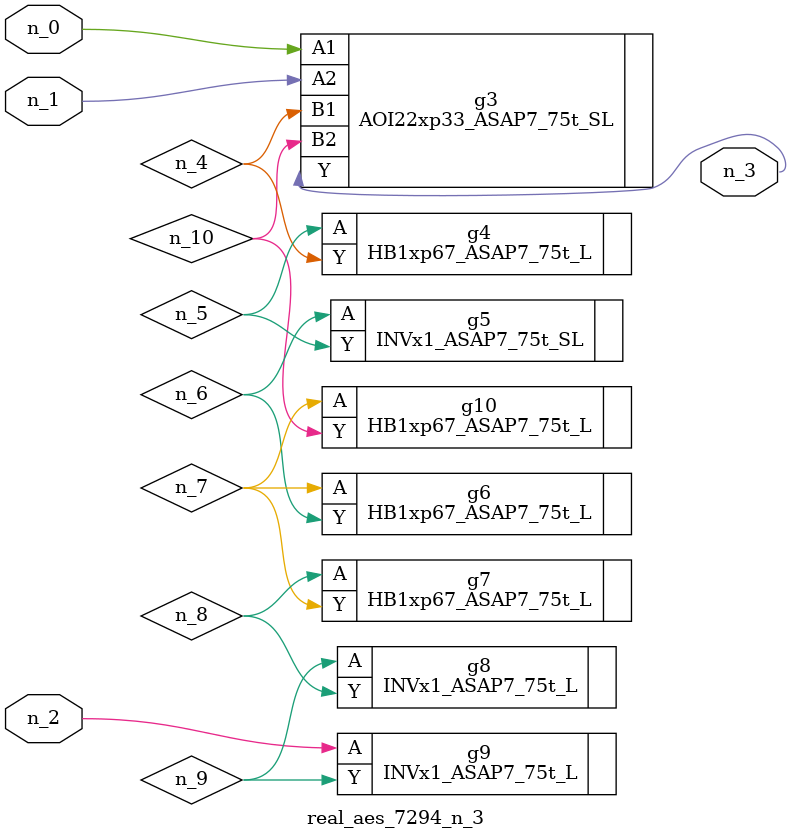
<source format=v>
module real_aes_7294_n_3 (n_0, n_2, n_1, n_3);
input n_0;
input n_2;
input n_1;
output n_3;
wire n_4;
wire n_5;
wire n_7;
wire n_8;
wire n_6;
wire n_9;
wire n_10;
AOI22xp33_ASAP7_75t_SL g3 ( .A1(n_0), .A2(n_1), .B1(n_4), .B2(n_10), .Y(n_3) );
INVx1_ASAP7_75t_L g9 ( .A(n_2), .Y(n_9) );
HB1xp67_ASAP7_75t_L g4 ( .A(n_5), .Y(n_4) );
INVx1_ASAP7_75t_SL g5 ( .A(n_6), .Y(n_5) );
HB1xp67_ASAP7_75t_L g6 ( .A(n_7), .Y(n_6) );
HB1xp67_ASAP7_75t_L g10 ( .A(n_7), .Y(n_10) );
HB1xp67_ASAP7_75t_L g7 ( .A(n_8), .Y(n_7) );
INVx1_ASAP7_75t_L g8 ( .A(n_9), .Y(n_8) );
endmodule
</source>
